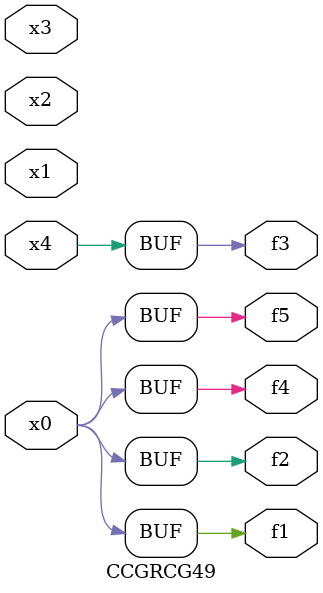
<source format=v>
module CCGRCG49(
	input x0, x1, x2, x3, x4,
	output f1, f2, f3, f4, f5
);
	assign f1 = x0;
	assign f2 = x0;
	assign f3 = x4;
	assign f4 = x0;
	assign f5 = x0;
endmodule

</source>
